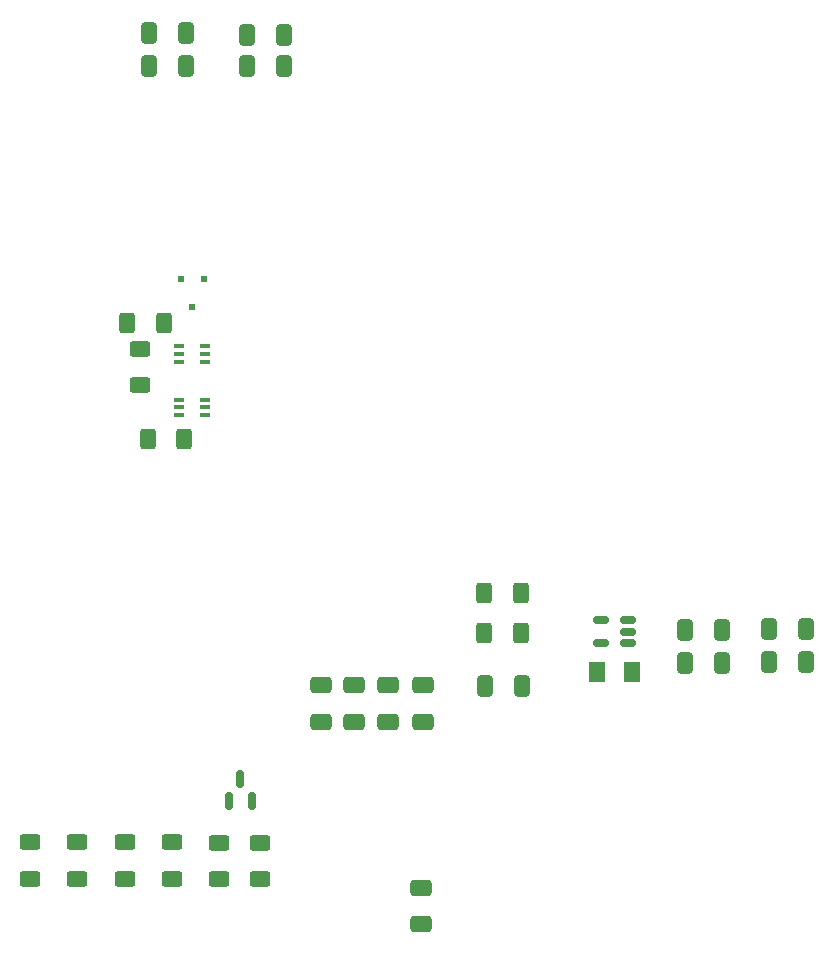
<source format=gbp>
G04 #@! TF.GenerationSoftware,KiCad,Pcbnew,8.0.6*
G04 #@! TF.CreationDate,2024-12-06T12:29:16-08:00*
G04 #@! TF.ProjectId,bloo,626c6f6f-2e6b-4696-9361-645f70636258,rev?*
G04 #@! TF.SameCoordinates,Original*
G04 #@! TF.FileFunction,Paste,Bot*
G04 #@! TF.FilePolarity,Positive*
%FSLAX46Y46*%
G04 Gerber Fmt 4.6, Leading zero omitted, Abs format (unit mm)*
G04 Created by KiCad (PCBNEW 8.0.6) date 2024-12-06 12:29:16*
%MOMM*%
%LPD*%
G01*
G04 APERTURE LIST*
G04 Aperture macros list*
%AMRoundRect*
0 Rectangle with rounded corners*
0 $1 Rounding radius*
0 $2 $3 $4 $5 $6 $7 $8 $9 X,Y pos of 4 corners*
0 Add a 4 corners polygon primitive as box body*
4,1,4,$2,$3,$4,$5,$6,$7,$8,$9,$2,$3,0*
0 Add four circle primitives for the rounded corners*
1,1,$1+$1,$2,$3*
1,1,$1+$1,$4,$5*
1,1,$1+$1,$6,$7*
1,1,$1+$1,$8,$9*
0 Add four rect primitives between the rounded corners*
20,1,$1+$1,$2,$3,$4,$5,0*
20,1,$1+$1,$4,$5,$6,$7,0*
20,1,$1+$1,$6,$7,$8,$9,0*
20,1,$1+$1,$8,$9,$2,$3,0*%
G04 Aperture macros list end*
%ADD10RoundRect,0.250000X0.650000X-0.412500X0.650000X0.412500X-0.650000X0.412500X-0.650000X-0.412500X0*%
%ADD11RoundRect,0.250000X-0.412500X-0.650000X0.412500X-0.650000X0.412500X0.650000X-0.412500X0.650000X0*%
%ADD12RoundRect,0.250001X0.462499X0.624999X-0.462499X0.624999X-0.462499X-0.624999X0.462499X-0.624999X0*%
%ADD13RoundRect,0.250000X-0.625000X0.400000X-0.625000X-0.400000X0.625000X-0.400000X0.625000X0.400000X0*%
%ADD14RoundRect,0.250000X-0.400000X-0.625000X0.400000X-0.625000X0.400000X0.625000X-0.400000X0.625000X0*%
%ADD15RoundRect,0.250000X0.412500X0.650000X-0.412500X0.650000X-0.412500X-0.650000X0.412500X-0.650000X0*%
%ADD16RoundRect,0.250000X0.625000X-0.400000X0.625000X0.400000X-0.625000X0.400000X-0.625000X-0.400000X0*%
%ADD17RoundRect,0.150000X0.150000X-0.587500X0.150000X0.587500X-0.150000X0.587500X-0.150000X-0.587500X0*%
%ADD18R,0.850900X0.355600*%
%ADD19R,0.508000X0.508000*%
%ADD20RoundRect,0.150000X0.512500X0.150000X-0.512500X0.150000X-0.512500X-0.150000X0.512500X-0.150000X0*%
%ADD21RoundRect,0.250000X0.400000X0.625000X-0.400000X0.625000X-0.400000X-0.625000X0.400000X-0.625000X0*%
G04 APERTURE END LIST*
D10*
X210850000Y-183762500D03*
X210850000Y-180637500D03*
D11*
X233037500Y-176000000D03*
X236162500Y-176000000D03*
D12*
X228587500Y-179500000D03*
X225612500Y-179500000D03*
D13*
X197050000Y-193975000D03*
X197050000Y-197075000D03*
D14*
X185800000Y-150000000D03*
X188900000Y-150000000D03*
D15*
X190762500Y-125400000D03*
X187637500Y-125400000D03*
D16*
X177600000Y-197050000D03*
X177600000Y-193950000D03*
D17*
X196350000Y-190477500D03*
X194450000Y-190477500D03*
X195400000Y-188602500D03*
D16*
X181600000Y-197025000D03*
X181600000Y-193925000D03*
X189600000Y-197050000D03*
X189600000Y-193950000D03*
D18*
X192436650Y-156450001D03*
X192436650Y-157100000D03*
X192436650Y-157749999D03*
X190163350Y-157749999D03*
X190163350Y-157100000D03*
X190163350Y-156450001D03*
D15*
X199062500Y-125600000D03*
X195937500Y-125600000D03*
D10*
X210700000Y-200887500D03*
X210700000Y-197762500D03*
D15*
X219250000Y-180700000D03*
X216125000Y-180700000D03*
D19*
X190378499Y-146206200D03*
X192278501Y-146206200D03*
X191328500Y-148593800D03*
D10*
X202200000Y-183762500D03*
X202200000Y-180637500D03*
D18*
X192436650Y-151950001D03*
X192436650Y-152600000D03*
X192436650Y-153249999D03*
X190163350Y-153249999D03*
X190163350Y-152600000D03*
X190163350Y-151950001D03*
D20*
X228237500Y-175150000D03*
X228237500Y-176100000D03*
X228237500Y-177050000D03*
X225962500Y-177050000D03*
X225962500Y-175150000D03*
D15*
X190762500Y-128200000D03*
X187637500Y-128200000D03*
D11*
X240137500Y-175900000D03*
X243262500Y-175900000D03*
D16*
X185600000Y-197050000D03*
X185600000Y-193950000D03*
D10*
X207900000Y-183762500D03*
X207900000Y-180637500D03*
D21*
X219137500Y-172800000D03*
X216037500Y-172800000D03*
D16*
X186900000Y-155250000D03*
X186900000Y-152150000D03*
X193550000Y-197075000D03*
X193550000Y-193975000D03*
D11*
X233037500Y-178750000D03*
X236162500Y-178750000D03*
D21*
X219137500Y-176200000D03*
X216037500Y-176200000D03*
D15*
X199062500Y-128200000D03*
X195937500Y-128200000D03*
D11*
X240137500Y-178700000D03*
X243262500Y-178700000D03*
D14*
X187550000Y-159750000D03*
X190650000Y-159750000D03*
D10*
X205000000Y-183762500D03*
X205000000Y-180637500D03*
M02*

</source>
